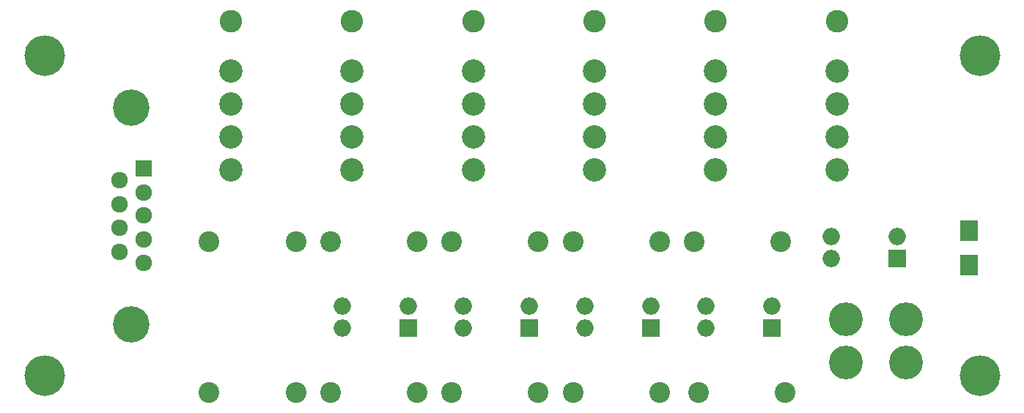
<source format=gts>
G04 #@! TF.FileFunction,Soldermask,Top*
%FSLAX46Y46*%
G04 Gerber Fmt 4.6, Leading zero omitted, Abs format (unit mm)*
G04 Created by KiCad (PCBNEW 4.0.6) date Sunday, 05 May 2019 10:36:36*
%MOMM*%
%LPD*%
G01*
G04 APERTURE LIST*
%ADD10C,0.100000*%
%ADD11C,3.900880*%
%ADD12C,2.600000*%
%ADD13C,2.700000*%
%ADD14C,2.400000*%
%ADD15R,2.000000X2.000000*%
%ADD16O,2.000000X2.000000*%
%ADD17R,2.100000X2.400000*%
%ADD18C,4.210000*%
%ADD19R,1.924000X1.924000*%
%ADD20C,1.924000*%
%ADD21C,4.700000*%
G04 APERTURE END LIST*
D10*
D11*
X214000000Y-101500000D03*
X214000000Y-96500000D03*
X207000000Y-101500000D03*
X207000000Y-96500000D03*
D12*
X206000000Y-62000000D03*
X192000000Y-62000000D03*
X178000000Y-62000000D03*
X164000000Y-62000000D03*
X150000000Y-62000000D03*
X136000000Y-62000000D03*
D13*
X206000000Y-67785000D03*
X206000000Y-71595000D03*
X206000000Y-75405000D03*
X206000000Y-79215000D03*
X192000000Y-67785000D03*
X192000000Y-71595000D03*
X192000000Y-75405000D03*
X192000000Y-79215000D03*
X178000000Y-67785000D03*
X178000000Y-71595000D03*
X178000000Y-75405000D03*
X178000000Y-79215000D03*
X164000000Y-67785000D03*
X164000000Y-71595000D03*
X164000000Y-75405000D03*
X164000000Y-79215000D03*
X150000000Y-67785000D03*
X150000000Y-71595000D03*
X150000000Y-75405000D03*
X150000000Y-79215000D03*
X136000000Y-67785000D03*
X136000000Y-71595000D03*
X136000000Y-75405000D03*
X136000000Y-79215000D03*
D14*
X189500000Y-87500000D03*
X199500000Y-87500000D03*
X200000000Y-105000000D03*
X190000000Y-105000000D03*
X175500000Y-87500000D03*
X185500000Y-87500000D03*
X185500000Y-105000000D03*
X175500000Y-105000000D03*
X161500000Y-87500000D03*
X171500000Y-87500000D03*
X171500000Y-105000000D03*
X161500000Y-105000000D03*
X147500000Y-87500000D03*
X157500000Y-87500000D03*
X157500000Y-105000000D03*
X147500000Y-105000000D03*
X133500000Y-87500000D03*
X143500000Y-87500000D03*
X143500000Y-105000000D03*
X133500000Y-105000000D03*
D15*
X213000000Y-89500000D03*
D16*
X205380000Y-86960000D03*
X213000000Y-86960000D03*
X205380000Y-89500000D03*
D15*
X198500000Y-97500000D03*
D16*
X190880000Y-94960000D03*
X198500000Y-94960000D03*
X190880000Y-97500000D03*
D15*
X184500000Y-97500000D03*
D16*
X176880000Y-94960000D03*
X184500000Y-94960000D03*
X176880000Y-97500000D03*
D15*
X170500000Y-97500000D03*
D16*
X162880000Y-94960000D03*
X170500000Y-94960000D03*
X162880000Y-97500000D03*
D15*
X156500000Y-97500000D03*
D16*
X148880000Y-94960000D03*
X156500000Y-94960000D03*
X148880000Y-97500000D03*
D17*
X221250000Y-86250000D03*
X221250000Y-90250000D03*
D18*
X124500000Y-72054000D03*
X124500000Y-97073000D03*
D19*
X125897000Y-79039000D03*
D20*
X125897000Y-81833000D03*
X125897000Y-84500000D03*
X125897000Y-87294000D03*
X125897000Y-89961000D03*
X123103000Y-80436000D03*
X123103000Y-83230000D03*
X123103000Y-85897000D03*
X123103000Y-88691000D03*
D21*
X114500000Y-66000000D03*
X114500000Y-103000000D03*
X222500000Y-66000000D03*
X222500000Y-103000000D03*
M02*

</source>
